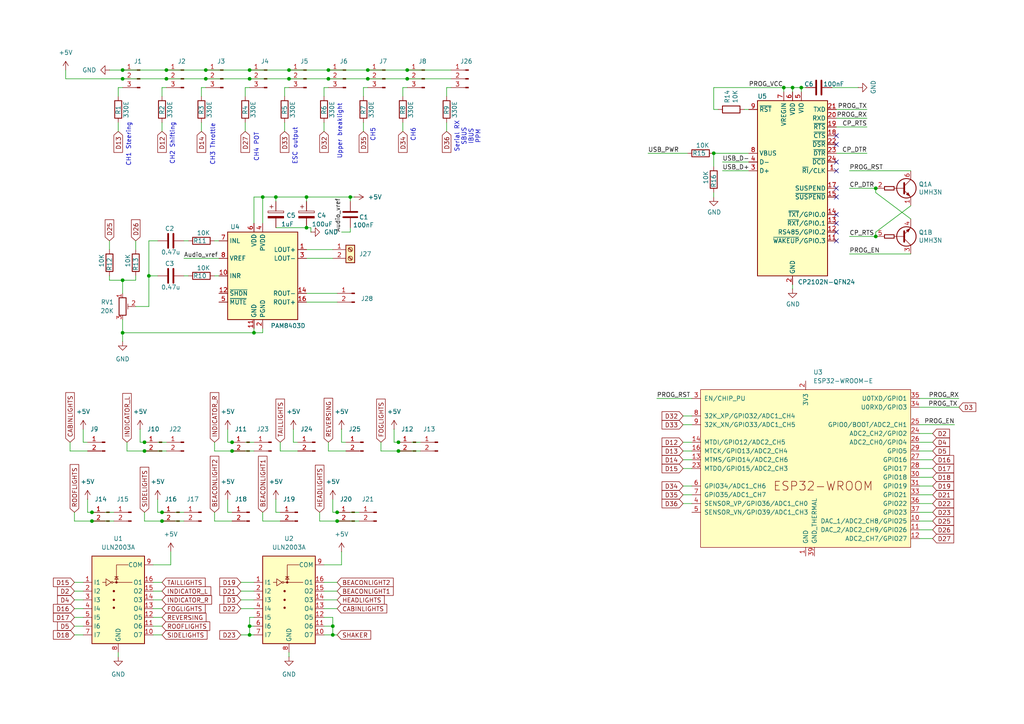
<source format=kicad_sch>
(kicad_sch (version 20231120) (generator "eeschema") (generator_version "8.0")
  (paper "A4")
  (junction (at 96.52 184.15))
  (junction (at 254 54.61))
  (junction (at 73.66 96.52))
  (junction (at 118.11 22.86))
  (junction (at 26.67 148.59))
  (junction (at 88.9 66.04))
  (junction (at 227.33 25.4))
  (junction (at 106.68 22.86))
  (junction (at 46.99 151.13))
  (junction (at 35.56 20.32))
  (junction (at 48.26 20.32))
  (junction (at 72.39 184.15))
  (junction (at 72.39 22.86))
  (junction (at 67.31 130.81))
  (junction (at 97.79 148.59))
  (junction (at 207.01 44.45))
  (junction (at 83.82 20.32))
  (junction (at 115.57 128.27))
  (junction (at 106.68 20.32))
  (junction (at 43.18 80.01))
  (junction (at 35.56 81.28))
  (junction (at 46.99 148.59))
  (junction (at 35.56 96.52))
  (junction (at 88.9 57.15))
  (junction (at 95.25 20.32))
  (junction (at 72.39 20.32))
  (junction (at 254 68.58))
  (junction (at 80.01 57.15))
  (junction (at 59.69 22.86))
  (junction (at 229.87 25.4))
  (junction (at 35.56 22.86))
  (junction (at 115.57 130.81))
  (junction (at 67.31 128.27))
  (junction (at 96.52 181.61))
  (junction (at 48.26 22.86))
  (junction (at 76.2 57.15))
  (junction (at 83.82 22.86))
  (junction (at 95.25 22.86))
  (junction (at 72.39 181.61))
  (junction (at 59.69 20.32))
  (junction (at 118.11 20.32))
  (junction (at 97.79 151.13))
  (junction (at 41.91 130.81))
  (junction (at 26.67 151.13))
  (junction (at 101.6 57.15))
  (junction (at 41.91 128.27))
  (junction (at 232.41 25.4))
  (no_connect (at 242.57 57.15))
  (no_connect (at 242.57 54.61))
  (no_connect (at 242.57 62.23))
  (no_connect (at 242.57 69.85))
  (no_connect (at 242.57 49.53))
  (no_connect (at 242.57 46.99))
  (no_connect (at 242.57 41.91))
  (no_connect (at 242.57 67.31))
  (no_connect (at 242.57 64.77))
  (no_connect (at 242.57 39.37))
  (wire (pts (xy 72.39 181.61) (xy 72.39 184.15)))
  (wire (pts (xy 46.99 35.56) (xy 46.99 38.1)))
  (wire (pts (xy 36.83 130.81) (xy 41.91 130.81)))
  (wire (pts (xy 44.45 173.99) (xy 46.99 173.99)))
  (wire (pts (xy 118.11 25.4) (xy 116.84 25.4)))
  (wire (pts (xy 93.98 176.53) (xy 97.79 176.53)))
  (wire (pts (xy 266.7 156.21) (xy 270.51 156.21)))
  (wire (pts (xy 95.25 130.81) (xy 100.33 130.81)))
  (wire (pts (xy 198.12 143.51) (xy 200.66 143.51)))
  (wire (pts (xy 80.01 57.15) (xy 88.9 57.15)))
  (wire (pts (xy 246.38 73.66) (xy 264.16 73.66)))
  (wire (pts (xy 88.9 85.09) (xy 97.79 85.09)))
  (wire (pts (xy 41.91 130.81) (xy 48.26 130.81)))
  (wire (pts (xy 198.12 120.65) (xy 200.66 120.65)))
  (wire (pts (xy 83.82 25.4) (xy 82.55 25.4)))
  (wire (pts (xy 62.23 80.01) (xy 63.5 80.01)))
  (wire (pts (xy 76.2 148.59) (xy 76.2 151.13)))
  (wire (pts (xy 21.59 173.99) (xy 24.13 173.99)))
  (wire (pts (xy 39.37 69.85) (xy 39.37 72.39)))
  (wire (pts (xy 251.46 36.83) (xy 242.57 36.83)))
  (wire (pts (xy 39.37 81.28) (xy 35.56 81.28)))
  (wire (pts (xy 35.56 81.28) (xy 35.56 85.09)))
  (wire (pts (xy 21.59 171.45) (xy 24.13 171.45)))
  (wire (pts (xy 227.33 25.4) (xy 229.87 25.4)))
  (wire (pts (xy 24.13 128.27) (xy 25.4 128.27)))
  (wire (pts (xy 63.5 69.85) (xy 62.23 69.85)))
  (wire (pts (xy 44.45 168.91) (xy 46.99 168.91)))
  (wire (pts (xy 266.7 115.57) (xy 278.13 115.57)))
  (wire (pts (xy 44.45 184.15) (xy 46.99 184.15)))
  (wire (pts (xy 44.45 171.45) (xy 46.99 171.45)))
  (wire (pts (xy 99.06 160.02) (xy 99.06 163.83)))
  (wire (pts (xy 21.59 148.59) (xy 21.59 151.13)))
  (wire (pts (xy 80.01 66.04) (xy 88.9 66.04)))
  (wire (pts (xy 207.01 25.4) (xy 227.33 25.4)))
  (wire (pts (xy 254 54.61) (xy 254 55.88)))
  (wire (pts (xy 24.13 124.46) (xy 24.13 128.27)))
  (wire (pts (xy 76.2 57.15) (xy 76.2 64.77)))
  (wire (pts (xy 66.04 124.46) (xy 66.04 128.27)))
  (wire (pts (xy 72.39 22.86) (xy 83.82 22.86)))
  (wire (pts (xy 44.45 181.61) (xy 46.99 181.61)))
  (wire (pts (xy 21.59 184.15) (xy 24.13 184.15)))
  (wire (pts (xy 115.57 128.27) (xy 121.92 128.27)))
  (wire (pts (xy 44.45 176.53) (xy 46.99 176.53)))
  (wire (pts (xy 207.01 31.75) (xy 208.28 31.75)))
  (wire (pts (xy 46.99 148.59) (xy 53.34 148.59)))
  (wire (pts (xy 72.39 20.32) (xy 83.82 20.32)))
  (wire (pts (xy 209.55 46.99) (xy 217.17 46.99)))
  (wire (pts (xy 72.39 25.4) (xy 71.12 25.4)))
  (wire (pts (xy 83.82 22.86) (xy 95.25 22.86)))
  (wire (pts (xy 242.57 34.29) (xy 251.46 34.29)))
  (wire (pts (xy 53.34 80.01) (xy 54.61 80.01)))
  (wire (pts (xy 76.2 57.15) (xy 80.01 57.15)))
  (wire (pts (xy 31.75 81.28) (xy 31.75 80.01)))
  (wire (pts (xy 93.98 35.56) (xy 93.98 38.1)))
  (wire (pts (xy 93.98 168.91) (xy 97.79 168.91)))
  (wire (pts (xy 266.7 128.27) (xy 270.51 128.27)))
  (wire (pts (xy 198.12 146.05) (xy 200.66 146.05)))
  (wire (pts (xy 73.66 95.25) (xy 73.66 96.52)))
  (wire (pts (xy 40.64 124.46) (xy 40.64 128.27)))
  (wire (pts (xy 229.87 25.4) (xy 229.87 26.67)))
  (wire (pts (xy 129.54 25.4) (xy 130.81 25.4)))
  (wire (pts (xy 58.42 35.56) (xy 58.42 38.1)))
  (wire (pts (xy 246.38 54.61) (xy 254 54.61)))
  (wire (pts (xy 62.23 151.13) (xy 67.31 151.13)))
  (wire (pts (xy 217.17 31.75) (xy 215.9 31.75)))
  (wire (pts (xy 46.99 25.4) (xy 46.99 27.94)))
  (wire (pts (xy 48.26 20.32) (xy 59.69 20.32)))
  (wire (pts (xy 67.31 130.81) (xy 73.66 130.81)))
  (wire (pts (xy 207.01 25.4) (xy 207.01 31.75)))
  (wire (pts (xy 34.29 189.23) (xy 34.29 190.5)))
  (wire (pts (xy 80.01 144.78) (xy 80.01 148.59)))
  (wire (pts (xy 95.25 25.4) (xy 93.98 25.4)))
  (wire (pts (xy 69.85 184.15) (xy 72.39 184.15)))
  (wire (pts (xy 198.12 130.81) (xy 200.66 130.81)))
  (wire (pts (xy 190.5 115.57) (xy 200.66 115.57)))
  (wire (pts (xy 26.67 151.13) (xy 33.02 151.13)))
  (wire (pts (xy 72.39 179.07) (xy 72.39 181.61)))
  (wire (pts (xy 90.17 66.04) (xy 90.17 67.31)))
  (wire (pts (xy 96.52 181.61) (xy 96.52 184.15)))
  (wire (pts (xy 101.6 67.31) (xy 101.6 66.04)))
  (wire (pts (xy 41.91 148.59) (xy 41.91 151.13)))
  (wire (pts (xy 41.91 128.27) (xy 48.26 128.27)))
  (wire (pts (xy 71.12 35.56) (xy 71.12 38.1)))
  (wire (pts (xy 21.59 176.53) (xy 24.13 176.53)))
  (wire (pts (xy 266.7 133.35) (xy 270.51 133.35)))
  (wire (pts (xy 105.41 35.56) (xy 105.41 38.1)))
  (wire (pts (xy 69.85 176.53) (xy 73.66 176.53)))
  (wire (pts (xy 19.05 20.32) (xy 19.05 22.86)))
  (wire (pts (xy 229.87 82.55) (xy 229.87 83.82)))
  (wire (pts (xy 31.75 69.85) (xy 31.75 72.39)))
  (wire (pts (xy 76.2 151.13) (xy 81.28 151.13)))
  (wire (pts (xy 129.54 35.56) (xy 129.54 38.1)))
  (wire (pts (xy 118.11 22.86) (xy 130.81 22.86)))
  (wire (pts (xy 34.29 25.4) (xy 34.29 27.94)))
  (wire (pts (xy 99.06 163.83) (xy 93.98 163.83)))
  (wire (pts (xy 102.87 57.15) (xy 101.6 57.15)))
  (wire (pts (xy 21.59 181.61) (xy 24.13 181.61)))
  (wire (pts (xy 116.84 25.4) (xy 116.84 27.94)))
  (wire (pts (xy 53.34 74.93) (xy 63.5 74.93)))
  (wire (pts (xy 266.7 125.73) (xy 270.51 125.73)))
  (wire (pts (xy 69.85 173.99) (xy 73.66 173.99)))
  (wire (pts (xy 99.06 124.46) (xy 99.06 128.27)))
  (wire (pts (xy 58.42 25.4) (xy 58.42 27.94)))
  (wire (pts (xy 40.64 128.27) (xy 41.91 128.27)))
  (wire (pts (xy 67.31 128.27) (xy 73.66 128.27)))
  (wire (pts (xy 21.59 179.07) (xy 24.13 179.07)))
  (wire (pts (xy 88.9 72.39) (xy 96.52 72.39)))
  (wire (pts (xy 48.26 22.86) (xy 59.69 22.86)))
  (wire (pts (xy 93.98 171.45) (xy 97.79 171.45)))
  (wire (pts (xy 19.05 22.86) (xy 35.56 22.86)))
  (wire (pts (xy 88.9 57.15) (xy 88.9 58.42)))
  (wire (pts (xy 93.98 25.4) (xy 93.98 27.94)))
  (wire (pts (xy 93.98 173.99) (xy 97.79 173.99)))
  (wire (pts (xy 72.39 181.61) (xy 73.66 181.61)))
  (wire (pts (xy 66.04 148.59) (xy 67.31 148.59)))
  (wire (pts (xy 93.98 184.15) (xy 96.52 184.15)))
  (wire (pts (xy 25.4 144.78) (xy 25.4 148.59)))
  (wire (pts (xy 97.79 151.13) (xy 104.14 151.13)))
  (wire (pts (xy 266.7 130.81) (xy 270.51 130.81)))
  (wire (pts (xy 35.56 20.32) (xy 48.26 20.32)))
  (wire (pts (xy 45.72 148.59) (xy 46.99 148.59)))
  (wire (pts (xy 232.41 25.4) (xy 232.41 26.67)))
  (wire (pts (xy 254 55.88) (xy 264.16 63.5)))
  (wire (pts (xy 198.12 133.35) (xy 200.66 133.35)))
  (wire (pts (xy 71.12 25.4) (xy 71.12 27.94)))
  (wire (pts (xy 96.52 179.07) (xy 96.52 181.61)))
  (wire (pts (xy 266.7 143.51) (xy 270.51 143.51)))
  (wire (pts (xy 20.32 130.81) (xy 25.4 130.81)))
  (wire (pts (xy 233.68 25.4) (xy 232.41 25.4)))
  (wire (pts (xy 110.49 128.27) (xy 110.49 130.81)))
  (wire (pts (xy 198.12 123.19) (xy 200.66 123.19)))
  (wire (pts (xy 73.66 64.77) (xy 73.66 57.15)))
  (wire (pts (xy 101.6 67.31) (xy 99.06 67.31)))
  (wire (pts (xy 35.56 96.52) (xy 35.56 99.06)))
  (wire (pts (xy 115.57 130.81) (xy 121.92 130.81)))
  (wire (pts (xy 266.7 140.97) (xy 270.51 140.97)))
  (wire (pts (xy 198.12 135.89) (xy 200.66 135.89)))
  (wire (pts (xy 69.85 168.91) (xy 73.66 168.91)))
  (wire (pts (xy 207.01 55.88) (xy 207.01 57.15)))
  (wire (pts (xy 266.7 146.05) (xy 270.51 146.05)))
  (wire (pts (xy 34.29 25.4) (xy 35.56 25.4)))
  (wire (pts (xy 106.68 20.32) (xy 118.11 20.32)))
  (wire (pts (xy 66.04 144.78) (xy 66.04 148.59)))
  (wire (pts (xy 66.04 128.27) (xy 67.31 128.27)))
  (wire (pts (xy 85.09 128.27) (xy 86.36 128.27)))
  (wire (pts (xy 81.28 130.81) (xy 86.36 130.81)))
  (wire (pts (xy 41.91 151.13) (xy 46.99 151.13)))
  (wire (pts (xy 80.01 148.59) (xy 81.28 148.59)))
  (wire (pts (xy 62.23 128.27) (xy 62.23 130.81)))
  (wire (pts (xy 187.96 44.45) (xy 199.39 44.45)))
  (wire (pts (xy 90.17 66.04) (xy 88.9 66.04)))
  (wire (pts (xy 118.11 20.32) (xy 130.81 20.32)))
  (wire (pts (xy 254 67.31) (xy 254 68.58)))
  (wire (pts (xy 95.25 20.32) (xy 106.68 20.32)))
  (wire (pts (xy 266.7 153.67) (xy 270.51 153.67)))
  (wire (pts (xy 45.72 144.78) (xy 45.72 148.59)))
  (wire (pts (xy 83.82 189.23) (xy 83.82 190.5)))
  (wire (pts (xy 242.57 31.75) (xy 251.46 31.75)))
  (wire (pts (xy 72.39 184.15) (xy 73.66 184.15)))
  (wire (pts (xy 25.4 148.59) (xy 26.67 148.59)))
  (wire (pts (xy 88.9 87.63) (xy 97.79 87.63)))
  (wire (pts (xy 110.49 130.81) (xy 115.57 130.81)))
  (wire (pts (xy 96.52 184.15) (xy 97.79 184.15)))
  (wire (pts (xy 114.3 128.27) (xy 115.57 128.27)))
  (wire (pts (xy 92.71 148.59) (xy 92.71 151.13)))
  (wire (pts (xy 81.28 128.27) (xy 81.28 130.81)))
  (wire (pts (xy 106.68 22.86) (xy 118.11 22.86)))
  (wire (pts (xy 129.54 27.94) (xy 129.54 25.4)))
  (wire (pts (xy 85.09 124.46) (xy 85.09 128.27)))
  (wire (pts (xy 93.98 181.61) (xy 96.52 181.61)))
  (wire (pts (xy 76.2 95.25) (xy 76.2 96.52)))
  (wire (pts (xy 62.23 130.81) (xy 67.31 130.81)))
  (wire (pts (xy 73.66 57.15) (xy 76.2 57.15)))
  (wire (pts (xy 76.2 96.52) (xy 73.66 96.52)))
  (wire (pts (xy 198.12 140.97) (xy 200.66 140.97)))
  (wire (pts (xy 53.34 69.85) (xy 54.61 69.85)))
  (wire (pts (xy 59.69 20.32) (xy 72.39 20.32)))
  (wire (pts (xy 266.7 151.13) (xy 270.51 151.13)))
  (wire (pts (xy 97.79 148.59) (xy 104.14 148.59)))
  (wire (pts (xy 20.32 128.27) (xy 20.32 130.81)))
  (wire (pts (xy 246.38 68.58) (xy 254 68.58)))
  (wire (pts (xy 99.06 128.27) (xy 100.33 128.27)))
  (wire (pts (xy 209.55 49.53) (xy 217.17 49.53)))
  (wire (pts (xy 266.7 148.59) (xy 270.51 148.59)))
  (wire (pts (xy 227.33 25.4) (xy 227.33 26.67)))
  (wire (pts (xy 116.84 35.56) (xy 116.84 38.1)))
  (wire (pts (xy 21.59 168.91) (xy 24.13 168.91)))
  (wire (pts (xy 266.7 135.89) (xy 270.51 135.89)))
  (wire (pts (xy 266.7 123.19) (xy 276.86 123.19)))
  (wire (pts (xy 49.53 163.83) (xy 44.45 163.83)))
  (wire (pts (xy 207.01 44.45) (xy 207.01 48.26)))
  (wire (pts (xy 88.9 74.93) (xy 96.52 74.93)))
  (wire (pts (xy 49.53 160.02) (xy 49.53 163.83)))
  (wire (pts (xy 96.52 148.59) (xy 97.79 148.59)))
  (wire (pts (xy 35.56 92.71) (xy 35.56 96.52)))
  (wire (pts (xy 21.59 151.13) (xy 26.67 151.13)))
  (wire (pts (xy 207.01 44.45) (xy 217.17 44.45)))
  (wire (pts (xy 82.55 35.56) (xy 82.55 38.1)))
  (wire (pts (xy 266.7 118.11) (xy 278.13 118.11)))
  (wire (pts (xy 26.67 148.59) (xy 33.02 148.59)))
  (wire (pts (xy 45.72 69.85) (xy 43.18 69.85)))
  (wire (pts (xy 31.75 20.32) (xy 35.56 20.32)))
  (wire (pts (xy 241.3 25.4) (xy 248.92 25.4)))
  (wire (pts (xy 101.6 57.15) (xy 101.6 58.42)))
  (wire (pts (xy 73.66 179.07) (xy 72.39 179.07)))
  (wire (pts (xy 82.55 25.4) (xy 82.55 27.94)))
  (wire (pts (xy 44.45 179.07) (xy 46.99 179.07)))
  (wire (pts (xy 39.37 88.9) (xy 43.18 88.9)))
  (wire (pts (xy 48.26 25.4) (xy 46.99 25.4)))
  (wire (pts (xy 88.9 57.15) (xy 101.6 57.15)))
  (wire (pts (xy 246.38 49.53) (xy 264.16 49.53)))
  (wire (pts (xy 43.18 69.85) (xy 43.18 80.01)))
  (wire (pts (xy 96.52 144.78) (xy 96.52 148.59)))
  (wire (pts (xy 83.82 20.32) (xy 95.25 20.32)))
  (wire (pts (xy 35.56 96.52) (xy 73.66 96.52)))
  (wire (pts (xy 106.68 25.4) (xy 105.41 25.4)))
  (wire (pts (xy 198.12 128.27) (xy 200.66 128.27)))
  (wire (pts (xy 39.37 80.01) (xy 39.37 81.28)))
  (wire (pts (xy 93.98 179.07) (xy 96.52 179.07)))
  (wire (pts (xy 251.46 44.45) (xy 242.57 44.45)))
  (wire (pts (xy 105.41 25.4) (xy 105.41 27.94)))
  (wire (pts (xy 95.25 22.86) (xy 106.68 22.86)))
  (wire (pts (xy 43.18 80.01) (xy 45.72 80.01)))
  (wire (pts (xy 95.25 128.27) (xy 95.25 130.81)))
  (wire (pts (xy 34.29 35.56) (xy 34.29 38.1)))
  (wire (pts (xy 46.99 151.13) (xy 53.34 151.13)))
  (wire (pts (xy 59.69 22.86) (xy 72.39 22.86)))
  (wire (pts (xy 43.18 88.9) (xy 43.18 80.01)))
  (wire (pts (xy 59.69 25.4) (xy 58.42 25.4)))
  (wire (pts (xy 35.56 81.28) (xy 31.75 81.28)))
  (wire (pts (xy 35.56 22.86) (xy 48.26 22.86)))
  (wire (pts (xy 62.23 148.59) (xy 62.23 151.13)))
  (wire (pts (xy 80.01 57.15) (xy 80.01 58.42)))
  (wire (pts (xy 92.71 151.13) (xy 97.79 151.13)))
  (wire (pts (xy 69.85 171.45) (xy 73.66 171.45)))
  (wire (pts (xy 266.7 138.43) (xy 270.51 138.43)))
  (wire (pts (xy 36.83 128.27) (xy 36.83 130.81)))
  (wire (pts (xy 264.16 59.69) (xy 254 67.31)))
  (wire (pts (xy 229.87 25.4) (xy 232.41 25.4)))
  (wire (pts (xy 114.3 124.46) (xy 114.3 128.27)))
  (text "CH5" (at 108.204 39.116 90) (effects (font (size 1.27 1.27))))
  (text "CH1 Steering" (at 37.338 41.91 90) (effects (font (size 1.27 1.27))))
  (text "Upper breaklight" (at 98.552 38.1 90) (effects (font (size 1.27 1.27))))
  (text "CH2 Shifting" (at 50.038 41.656 90) (effects (font (size 1.27 1.27))))
  (text "Serial RX\nSBUS\nIBUS\nPPM" (at 135.636 39.624 90) (effects (font (size 1.27 1.27))))
  (text "CH6" (at 119.888 39.116 90) (effects (font (size 1.27 1.27))))
  (text "CH3 Throttle" (at 61.722 41.91 90) (effects (font (size 1.27 1.27))))
  (text "ESC output" (at 85.598 42.418 90) (effects (font (size 1.27 1.27))))
  (text "CH4 POT" (at 74.422 42.672 90) (effects (font (size 1.27 1.27))))
  (label "CP_DTR" (at 251.46 44.45 180))
  (label "Audio_vref" (at 99.06 67.31 90))
  (label "USB_PWR" (at 187.96 44.45 0))
  (label "Audio_vref" (at 53.34 74.93 0))
  (label "USB_D-" (at 209.55 46.99 0))
  (label "PROG_RX" (at 251.46 34.29 180))
  (label "PROG_TX" (at 251.46 31.75 180))
  (label "PROG_TX" (at 269.24 118.11 0))
  (label "PROG_EN" (at 246.38 73.66 0))
  (label "PROG_RST" (at 246.38 49.53 0))
  (label "PROG_EN" (at 276.86 123.19 180))
  (label "PROG_RX" (at 278.13 115.57 180))
  (label "CP_RTS" (at 246.38 68.58 0))
  (label "PROG_VCC" (at 217.17 25.4 0))
  (label "USB_D+" (at 209.55 49.53 0))
  (label "CP_DTR" (at 246.38 54.61 0))
  (label "PROG_RST" (at 190.5 115.57 0))
  (label "CP_RTS" (at 251.46 36.83 180))
  (global_label "D18" (shape input) (at 270.51 138.43 0) (property "Intersheetrefs" "${INTERSHEET_REFS}" (effects (hide yes))))
  (global_label "D23" (shape input) (at 270.51 148.59 0) (property "Intersheetrefs" "${INTERSHEET_REFS}" (effects (hide yes))))
  (global_label "D25" (shape input) (at 31.75 69.85 90) (property "Intersheetrefs" "${INTERSHEET_REFS}" (effects (hide yes))))
  (global_label "D12" (shape input) (at 198.12 128.27 180) (property "Intersheetrefs" "${INTERSHEET_REFS}" (effects (hide yes))))
  (global_label "BEACONLIGHT1" (shape input) (at 97.79 171.45 0) (property "Intersheetrefs" "${INTERSHEET_REFS}" (effects (hide yes))))
  (global_label "D19" (shape input) (at 69.85 168.91 180) (property "Intersheetrefs" "${INTERSHEET_REFS}" (effects (hide yes))))
  (global_label "D14" (shape input) (at 58.42 38.1 270) (property "Intersheetrefs" "${INTERSHEET_REFS}" (effects (hide yes))))
  (global_label "D5" (shape input) (at 21.59 181.61 180) (property "Intersheetrefs" "${INTERSHEET_REFS}" (effects (hide yes))))
  (global_label "BEACONLIGHT2" (shape input) (at 62.23 148.59 90) (property "Intersheetrefs" "${INTERSHEET_REFS}" (effects (hide yes))))
  (global_label "D23" (shape input) (at 69.85 184.15 180) (property "Intersheetrefs" "${INTERSHEET_REFS}" (effects (hide yes))))
  (global_label "D33" (shape input) (at 82.55 38.1 270) (property "Intersheetrefs" "${INTERSHEET_REFS}" (effects (hide yes))))
  (global_label "INDICATOR_L" (shape input) (at 36.83 128.27 90) (property "Intersheetrefs" "${INTERSHEET_REFS}" (effects (hide yes))))
  (global_label "D2" (shape input) (at 21.59 171.45 180) (property "Intersheetrefs" "${INTERSHEET_REFS}" (effects (hide yes))))
  (global_label "REVERSING" (shape input) (at 46.99 179.07 0) (property "Intersheetrefs" "${INTERSHEET_REFS}" (effects (hide yes))))
  (global_label "D26" (shape input) (at 39.37 69.85 90) (property "Intersheetrefs" "${INTERSHEET_REFS}" (effects (hide yes))))
  (global_label "D13" (shape input) (at 34.29 38.1 270) (property "Intersheetrefs" "${INTERSHEET_REFS}" (effects (hide yes))))
  (global_label "D36" (shape input) (at 129.54 38.1 270) (property "Intersheetrefs" "${INTERSHEET_REFS}" (effects (hide yes))))
  (global_label "D18" (shape input) (at 21.59 184.15 180) (property "Intersheetrefs" "${INTERSHEET_REFS}" (effects (hide yes))))
  (global_label "D32" (shape input) (at 93.98 38.1 270) (property "Intersheetrefs" "${INTERSHEET_REFS}" (effects (hide yes))))
  (global_label "HEADLIGHTS" (shape input) (at 92.71 148.59 90) (property "Intersheetrefs" "${INTERSHEET_REFS}" (effects (hide yes))))
  (global_label "D34" (shape input) (at 116.84 38.1 270) (property "Intersheetrefs" "${INTERSHEET_REFS}" (effects (hide yes))))
  (global_label "FOGLIGHTS" (shape input) (at 110.49 128.27 90) (property "Intersheetrefs" "${INTERSHEET_REFS}" (effects (hide yes))))
  (global_label "SIDELIGHTS" (shape input) (at 46.99 184.15 0) (property "Intersheetrefs" "${INTERSHEET_REFS}" (effects (hide yes))))
  (global_label "D3" (shape input) (at 278.13 118.11 0) (property "Intersheetrefs" "${INTERSHEET_REFS}" (effects (hide yes))))
  (global_label "SHAKER" (shape input) (at 97.79 184.15 0) (property "Intersheetrefs" "${INTERSHEET_REFS}" (effects (hide yes))))
  (global_label "D22" (shape input) (at 69.85 176.53 180) (property "Intersheetrefs" "${INTERSHEET_REFS}" (effects (hide yes))))
  (global_label "D27" (shape input) (at 270.51 156.21 0) (property "Intersheetrefs" "${INTERSHEET_REFS}" (effects (hide yes))))
  (global_label "CABINLIGHTS" (shape input) (at 20.32 128.27 90) (property "Intersheetrefs" "${INTERSHEET_REFS}" (effects (hide yes))))
  (global_label "D4" (shape input) (at 270.51 128.27 0) (property "Intersheetrefs" "${INTERSHEET_REFS}" (effects (hide yes))))
  (global_label "D12" (shape input) (at 46.99 38.1 270) (property "Intersheetrefs" "${INTERSHEET_REFS}" (effects (hide yes))))
  (global_label "D15" (shape input) (at 21.59 168.91 180) (property "Intersheetrefs" "${INTERSHEET_REFS}" (effects (hide yes))))
  (global_label "D19" (shape input) (at 270.51 140.97 0) (property "Intersheetrefs" "${INTERSHEET_REFS}" (effects (hide yes))))
  (global_label "D32" (shape input) (at 198.12 120.65 180) (property "Intersheetrefs" "${INTERSHEET_REFS}" (effects (hide yes))))
  (global_label "D17" (shape input) (at 21.59 179.07 180) (property "Intersheetrefs" "${INTERSHEET_REFS}" (effects (hide yes))))
  (global_label "D3" (shape input) (at 69.85 173.99 180) (property "Intersheetrefs" "${INTERSHEET_REFS}" (effects (hide yes))))
  (global_label "D25" (shape input) (at 270.51 151.13 0) (property "Intersheetrefs" "${INTERSHEET_REFS}" (effects (hide yes))))
  (global_label "INDICATOR_R" (shape input) (at 46.99 173.99 0) (property "Intersheetrefs" "${INTERSHEET_REFS}" (effects (hide yes))))
  (global_label "D36" (shape input) (at 198.12 146.05 180) (property "Intersheetrefs" "${INTERSHEET_REFS}" (effects (hide yes))))
  (global_label "D22" (shape input) (at 270.51 146.05 0) (property "Intersheetrefs" "${INTERSHEET_REFS}" (effects (hide yes))))
  (global_label "D4" (shape input) (at 21.59 173.99 180) (property "Intersheetrefs" "${INTERSHEET_REFS}" (effects (hide yes))))
  (global_label "BEACONLIGHT1" (shape input) (at 76.2 148.59 90) (property "Intersheetrefs" "${INTERSHEET_REFS}" (effects (hide yes))))
  (global_label "SIDELIGHTS" (shape input) (at 41.91 148.59 90) (property "Intersheetrefs" "${INTERSHEET_REFS}" (effects (hide yes))))
  (global_label "REVERSING" (shape input) (at 95.25 128.27 90) (property "Intersheetrefs" "${INTERSHEET_REFS}" (effects (hide yes))))
  (global_label "D13" (shape input) (at 198.12 130.81 180) (property "Intersheetrefs" "${INTERSHEET_REFS}" (effects (hide yes))))
  (global_label "D15" (shape input) (at 198.12 135.89 180) (property "Intersheetrefs" "${INTERSHEET_REFS}" (effects (hide yes))))
  (global_label "FOGLIGHTS" (shape input) (at 46.99 176.53 0) (property "Intersheetrefs" "${INTERSHEET_REFS}" (effects (hide yes))))
  (global_label "D21" (shape input) (at 270.51 143.51 0) (property "Intersheetrefs" "${INTERSHEET_REFS}" (effects (hide yes))))
  (global_label "ROOFLIGHTS" (shape input) (at 21.59 148.59 90) (property "Intersheetrefs" "${INTERSHEET_REFS}" (effects (hide yes))))
  (global_label "INDICATOR_L" (shape input) (at 46.99 171.45 0) (property "Intersheetrefs" "${INTERSHEET_REFS}" (effects (hide yes))))
  (global_label "D21" (shape input) (at 69.85 171.45 180) (property "Intersheetrefs" "${INTERSHEET_REFS}" (effects (hide yes))))
  (global_label "D16" (shape input) (at 21.59 176.53 180) (property "Intersheetrefs" "${INTERSHEET_REFS}" (effects (hide yes))))
  (global_label "D2" (shape input) (at 270.51 125.73 0) (property "Intersheetrefs" "${INTERSHEET_REFS}" (effects (hide yes))))
  (global_label "D14" (shape input) (at 198.12 133.35 180) (property "Intersheetrefs" "${INTERSHEET_REFS}" (effects (hide yes))))
  (global_label "ROOFLIGHTS" (shape input) (at 46.99 181.61 0) (property "Intersheetrefs" "${INTERSHEET_REFS}" (effects (hide yes))))
  (global_label "TAILLIGHTS" (shape input) (at 46.99 168.91 0) (property "Intersheetrefs" "${INTERSHEET_REFS}" (effects (hide yes))))
  (global_label "D5" (shape input) (at 270.51 130.81 0) (property "Intersheetrefs" "${INTERSHEET_REFS}" (effects (hide yes))))
  (global_label "TAILLIGHTS" (shape input) (at 81.28 128.27 90) (property "Intersheetrefs" "${INTERSHEET_REFS}" (effects (hide yes))))
  (global_label "HEADLIGHTS" (shape input) (at 97.79 173.99 0) (property "Intersheetrefs" "${INTERSHEET_REFS}" (effects (hide yes))))
  (global_label "D26" (shape input) (at 270.51 153.67 0) (property "Intersheetrefs" "${INTERSHEET_REFS}" (effects (hide yes))))
  (global_label "D17" (shape input) (at 270.51 135.89 0) (property "Intersheetrefs" "${INTERSHEET_REFS}" (effects (hide yes))))
  (global_label "INDICATOR_R" (shape input) (at 62.23 128.27 90) (property "Intersheetrefs" "${INTERSHEET_REFS}" (effects (hide yes))))
  (global_label "D16" (shape input) (at 270.51 133.35 0) (property "Intersheetrefs" "${INTERSHEET_REFS}" (effects (hide yes))))
  (global_label "D33" (shape input) (at 198.12 123.19 180) (property "Intersheetrefs" "${INTERSHEET_REFS}" (effects (hide yes))))
  (global_label "D27" (shape input) (at 71.12 38.1 270) (property "Intersheetrefs" "${INTERSHEET_REFS}" (effects (hide yes))))
  (global_label "D34" (shape input) (at 198.12 140.97 180) (property "Intersheetrefs" "${INTERSHEET_REFS}" (effects (hide yes))))
  (global_label "D35" (shape input) (at 105.41 38.1 270) (property "Intersheetrefs" "${INTERSHEET_REFS}" (effects (hide yes))))
  (global_label "BEACONLIGHT2" (shape input) (at 97.79 168.91 0) (property "Intersheetrefs" "${INTERSHEET_REFS}" (effects (hide yes))))
  (global_label "D35" (shape input) (at 198.12 143.51 180) (property "Intersheetrefs" "${INTERSHEET_REFS}" (effects (hide yes))))
  (global_label "CABINLIGHTS" (shape input) (at 97.79 176.53 0) (property "Intersheetrefs" "${INTERSHEET_REFS}" (effects (hide yes))))
  (symbol (lib_id "power:+5V") (at 80.01 144.78 0) (unit 1)
    (property "Reference" "#PWR010" (effects (hide yes)))
    (property "Value" "+5V" (at 80.01 139.7 0))
    (property "Description" "Power symbol creates a global label with name \"+5V\"" (effects (hide yes)))
  )
  (symbol (lib_id "Device:R") (at 116.84 31.75 0) (unit 1)
    (property "Reference" "R8" (at 116.84 33.274 90) (effects (justify left)))
    (property "Value" "330E" (at 119.126 34.29 90) (effects (justify left)))
    (property "Description" "Resistor" (effects (hide yes)))
  )
  (symbol (lib_id "Transistor_Array:ULN2003A") (at 83.82 173.99 0) (unit 1)
    (property "Reference" "U2" (at 83.82 156.21 0))
    (property "Value" "ULN2003A" (at 83.82 158.75 0))
    (property "Footprint" "Package_SO:SOIC-16W_5.3x10.2mm_P1.27mm" (effects (hide yes)))
    (property "Datasheet" "http://www.ti.com/lit/ds/symlink/uln2003a.pdf" (effects (hide yes)))
    (property "Description" "High Voltage, High Current Darlington Transistor Arrays, SOIC16/SOIC16W/DIP16/TSSOP16" (effects (hide yes)))
  )
  (symbol (lib_id "Connector:Conn_01x03_Pin") (at 100.33 22.86 0) (mirror y) (unit 1)
    (property "Reference" "J6" (at 99.695 17.78 0))
    (property "Value" "Conn_01x03_Pin" (effects (hide yes)))
    (property "Description" "Generic connector, single row, 01x03, script generated" (effects (hide yes)))
  )
  (symbol (lib_id "Device:C_Polarized") (at 80.01 62.23 0) (unit 1)
    (property "Reference" "C5" (at 83.058 62.484 0) (effects (justify left)))
    (property "Value" "1uF" (at 81.534 65.024 0) (effects (justify left)))
    (property "Description" "Polarized capacitor" (effects (hide yes)))
  )
  (symbol (lib_id "power:+5V") (at 40.64 124.46 0) (unit 1)
    (property "Reference" "#PWR04" (effects (hide yes)))
    (property "Value" "+5V" (at 40.64 119.38 0))
    (property "Description" "Power symbol creates a global label with name \"+5V\"" (effects (hide yes)))
  )
  (symbol (lib_id "Connector:Conn_01x03_Pin") (at 64.77 22.86 0) (mirror y) (unit 1)
    (property "Reference" "J3" (at 64.135 17.78 0))
    (property "Value" "Conn_01x03_Pin" (effects (hide yes)))
    (property "Description" "Generic connector, single row, 01x03, script generated" (effects (hide yes)))
  )
  (symbol (lib_id "Connector:Conn_01x03_Pin") (at 135.89 22.86 0) (mirror y) (unit 1)
    (property "Reference" "J26" (at 135.255 17.78 0))
    (property "Value" "Conn_01x03_Pin" (effects (hide yes)))
    (property "Description" "Generic connector, single row, 01x03, script generated" (effects (hide yes)))
  )
  (symbol (lib_id "power:GND") (at 248.92 25.4 90) (unit 1)
    (property "Reference" "#PWR022" (effects (hide yes)))
    (property "Value" "GND" (at 253.3142 25.273 0))
  )
  (symbol (lib_id "Device:R") (at 39.37 76.2 180) (unit 1)
    (property "Reference" "R13" (at 39.37 74.676 90) (effects (justify left)))
    (property "Value" "10K" (at 37.084 73.66 90) (effects (justify left)))
    (property "Description" "Resistor" (effects (hide yes)))
  )
  (symbol (lib_id "Connector:Conn_01x03_Pin") (at 88.9 22.86 0) (mirror y) (unit 1)
    (property "Reference" "J5" (at 88.265 17.78 0))
    (property "Value" "Conn_01x03_Pin" (effects (hide yes)))
    (property "Description" "Generic connector, single row, 01x03, script generated" (effects (hide yes)))
  )
  (symbol (lib_id "power:+5V") (at 102.87 57.15 270) (unit 1)
    (property "Reference" "#PWR019" (effects (hide yes)))
    (property "Value" "+5V" (at 106.68 57.1499 90) (effects (justify left)))
    (property "Description" "Power symbol creates a global label with name \"+5V\"" (effects (hide yes)))
  )
  (symbol (lib_id "power:+5V") (at 114.3 124.46 0) (unit 1)
    (property "Reference" "#PWR06" (effects (hide yes)))
    (property "Value" "+5V" (at 114.3 119.38 0))
    (property "Description" "Power symbol creates a global label with name \"+5V\"" (effects (hide yes)))
  )
  (symbol (lib_id "Device:R_Potentiometer_Trim") (at 35.56 88.9 0) (unit 1)
    (property "Reference" "RV1" (at 33.02 87.6299 0) (effects (justify right)))
    (property "Value" "20K" (at 33.02 90.1699 0) (effects (justify right)))
    (property "Description" "Trim-potentiometer" (effects (hide yes)))
  )
  (symbol (lib_id "Connector:Conn_01x02_Pin") (at 72.39 128.27 0) (mirror y) (unit 1)
    (property "Reference" "J11" (at 68.072 124.46 0) (effects (justify right)))
    (property "Value" "Conn_01x02_Pin" (effects (hide yes)))
    (property "Description" "Generic connector, single row, 01x02, script generated" (effects (hide yes)))
  )
  (symbol (lib_id "Connector:Screw_Terminal_01x02") (at 101.6 72.39 0) (unit 1)
    (property "Reference" "J27" (at 104.14 73.6599 0) (effects (justify left)))
    (property "Value" "Screw_Terminal_01x02" (effects (hide yes)))
    (property "Description" "Generic screw terminal, single row, 01x02, script generated (kicad-library-utils/schlib/autogen/connector/)" (effects (hide yes)))
  )
  (symbol (lib_id "Connector:Conn_01x02_Pin") (at 31.75 148.59 0) (mirror y) (unit 1)
    (property "Reference" "J14" (at 27.432 144.78 0) (effects (justify right)))
    (property "Value" "Conn_01x02_Pin" (effects (hide yes)))
    (property "Description" "Generic connector, single row, 01x02, script generated" (effects (hide yes)))
  )
  (symbol (lib_id "Connector:Conn_01x03_Pin") (at 53.34 22.86 0) (mirror y) (unit 1)
    (property "Reference" "J2" (at 52.705 17.78 0))
    (property "Value" "Conn_01x03_Pin" (effects (hide yes)))
    (property "Description" "Generic connector, single row, 01x03, script generated" (effects (hide yes)))
  )
  (symbol (lib_id "power:+5V") (at 24.13 124.46 0) (unit 1)
    (property "Reference" "#PWR03" (effects (hide yes)))
    (property "Value" "+5V" (at 24.13 119.38 0))
    (property "Description" "Power symbol creates a global label with name \"+5V\"" (effects (hide yes)))
  )
  (symbol (lib_id "power:GND") (at 90.17 67.31 90) (unit 1)
    (property "Reference" "#PWR020" (effects (hide yes)))
    (property "Value" "GND" (at 93.98 67.3099 90) (effects (justify right)))
    (property "Description" "Power symbol creates a global label with name \"GND\" , ground" (effects (hide yes)))
  )
  (symbol (lib_id "Connector:Conn_01x02_Pin") (at 52.07 148.59 0) (mirror y) (unit 1)
    (property "Reference" "J16" (at 47.752 144.78 0) (effects (justify right)))
    (property "Value" "Conn_01x02_Pin" (effects (hide yes)))
    (property "Description" "Generic connector, single row, 01x02, script generated" (effects (hide yes)))
  )
  (symbol (lib_id "Connector:Conn_01x03_Pin") (at 111.76 22.86 0) (mirror y) (unit 1)
    (property "Reference" "J7" (at 111.125 17.78 0))
    (property "Value" "Conn_01x03_Pin" (effects (hide yes)))
    (property "Description" "Generic connector, single row, 01x03, script generated" (effects (hide yes)))
  )
  (symbol (lib_id "power:GND") (at 207.01 57.15 0) (unit 1)
    (property "Reference" "#PWR023" (effects (hide yes)))
    (property "Value" "GND" (at 207.137 61.5442 0))
  )
  (symbol (lib_id "Device:R") (at 82.55 31.75 0) (unit 1)
    (property "Reference" "R5" (at 82.55 33.274 90) (effects (justify left)))
    (property "Value" "330E" (at 84.836 34.29 90) (effects (justify left)))
    (property "Description" "Resistor" (effects (hide yes)))
  )
  (symbol (lib_id "Interface_USB:CP2102N-Axx-xQFN24") (at 229.87 54.61 0) (unit 1)
    (property "Reference" "U5" (at 219.71 27.94 0) (effects (justify left)))
    (property "Value" "CP2102N-QFN24" (at 231.394 81.788 0) (effects (justify left)))
    (property "Footprint" "Package_DFN_QFN:QFN-24-1EP_4x4mm_P0.5mm_EP2.6x2.6mm" (effects (hide yes)))
    (property "Datasheet" "https://www.silabs.com/documents/public/data-sheets/cp2102n-datasheet.pdf" (effects (hide yes)))
    (property "Description" "USB to UART master bridge, QFN-24" (effects (hide yes)))
  )
  (symbol (lib_id "Connector:Conn_01x02_Pin") (at 102.87 148.59 0) (mirror y) (unit 1)
    (property "Reference" "J20" (at 98.552 144.78 0) (effects (justify right)))
    (property "Value" "Conn_01x02_Pin" (effects (hide yes)))
    (property "Description" "Generic connector, single row, 01x02, script generated" (effects (hide yes)))
  )
  (symbol (lib_id "Connector:Conn_01x03_Pin") (at 123.19 22.86 0) (mirror y) (unit 1)
    (property "Reference" "J8" (at 122.555 17.78 0))
    (property "Value" "Conn_01x03_Pin" (effects (hide yes)))
    (property "Description" "Generic connector, single row, 01x03, script generated" (effects (hide yes)))
  )
  (symbol (lib_id "power:GND") (at 34.29 190.5 0) (unit 1)
    (property "Reference" "#PWR013" (effects (hide yes)))
    (property "Value" "GND" (at 34.29 195.58 0))
    (property "Description" "Power symbol creates a global label with name \"GND\" , ground" (effects (hide yes)))
  )
  (symbol (lib_id "power:+5V") (at 99.06 124.46 0) (unit 1)
    (property "Reference" "#PWR017" (effects (hide yes)))
    (property "Value" "+5V" (at 99.06 119.38 0))
    (property "Description" "Power symbol creates a global label with name \"+5V\"" (effects (hide yes)))
  )
  (symbol (lib_id "Device:R") (at 58.42 69.85 90) (unit 1)
    (property "Reference" "R11" (at 59.944 69.85 90) (effects (justify left)))
    (property "Value" "10K" (at 60.96 67.564 90) (effects (justify left)))
    (property "Description" "Resistor" (effects (hide yes)))
  )
  (symbol (lib_id "power:GND") (at 229.87 83.82 0) (unit 1)
    (property "Reference" "#PWR021" (effects (hide yes)))
    (property "Value" "GND" (at 229.997 88.2142 0))
  )
  (symbol (lib_id "power:+5V") (at 45.72 144.78 0) (unit 1)
    (property "Reference" "#PWR08" (effects (hide yes)))
    (property "Value" "+5V" (at 45.72 139.7 0))
    (property "Description" "Power symbol creates a global label with name \"+5V\"" (effects (hide yes)))
  )
  (symbol (lib_id "Connector:Conn_01x02_Pin") (at 30.48 128.27 0) (mirror y) (unit 1)
    (property "Reference" "J9" (at 26.162 124.46 0) (effects (justify right)))
    (property "Value" "Conn_01x02_Pin" (effects (hide yes)))
    (property "Description" "Generic connector, single row, 01x02, script generated" (effects (hide yes)))
  )
  (symbol (lib_id "Connector:Conn_01x02_Pin") (at 58.42 148.59 0) (mirror y) (unit 1)
    (property "Reference" "J17" (at 54.102 144.78 0) (effects (justify right)))
    (property "Value" "Conn_01x02_Pin" (effects (hide yes)))
    (property "Description" "Generic connector, single row, 01x02, script generated" (effects (hide yes)))
  )
  (symbol (lib_id "Device:R") (at 58.42 80.01 90) (unit 1)
    (property "Reference" "R10" (at 59.944 80.01 90) (effects (justify left)))
    (property "Value" "10K" (at 60.96 77.724 90) (effects (justify left)))
    (property "Description" "Resistor" (effects (hide yes)))
  )
  (symbol (lib_id "Device:C") (at 49.53 69.85 90) (unit 1)
    (property "Reference" "C2" (at 50.546 66.294 90) (effects (justify left)))
    (property "Value" "0.47u" (at 52.324 73.152 90) (effects (justify left)))
    (property "Description" "Unpolarized capacitor" (effects (hide yes)))
  )
  (symbol (lib_id "Espressif:ESP32-WROOM-E") (at 233.68 135.89 0) (unit 1)
    (property "Reference" "U3" (at 235.8741 107.95 0) (effects (justify left)))
    (property "Value" "ESP32-WROOM-E" (at 235.8741 110.49 0) (effects (justify left)))
    (property "Footprint" "Espressif:ESP32-WROOM-32E" (effects (hide yes)))
    (property "Datasheet" "https://www.espressif.com/sites/default/files/documentation/esp32-wroom-32e_esp32-wroom-32ue_datasheet_en.pdf" (effects (hide yes)))
    (property "Description" "ESP32-WROOM-32E integrates ESP32-D0WD-V3, with higher stability and safety performance." (effects (hide yes)))
  )
  (symbol (lib_id "Device:C") (at 101.6 62.23 0) (unit 1)
    (property "Reference" "C1" (at 104.14 62.992 0) (effects (justify left)))
    (property "Value" "100nF" (at 102.362 65.278 0) (effects (justify left)))
    (property "Description" "Unpolarized capacitor" (effects (hide yes)))
  )
  (symbol (lib_id "Connector:Conn_01x02_Pin") (at 46.99 128.27 0) (mirror y) (unit 1)
    (property "Reference" "J10" (at 42.672 124.46 0) (effects (justify right)))
    (property "Value" "Conn_01x02_Pin" (effects (hide yes)))
    (property "Description" "Generic connector, single row, 01x02, script generated" (effects (hide yes)))
  )
  (symbol (lib_id "Connector:Conn_01x02_Pin") (at 78.74 128.27 0) (mirror y) (unit 1)
    (property "Reference" "J23" (at 74.422 124.46 0) (effects (justify right)))
    (property "Value" "Conn_01x02_Pin" (effects (hide yes)))
    (property "Description" "Generic connector, single row, 01x02, script generated" (effects (hide yes)))
  )
  (symbol (lib_id "Device:R") (at 31.75 76.2 180) (unit 1)
    (property "Reference" "R12" (at 31.75 74.676 90) (effects (justify left)))
    (property "Value" "10K" (at 29.464 73.66 90) (effects (justify left)))
    (property "Description" "Resistor" (effects (hide yes)))
  )
  (symbol (lib_id "Device:C") (at 49.53 80.01 90) (unit 1)
    (property "Reference" "C3" (at 50.546 76.454 90) (effects (justify left)))
    (property "Value" "0.47u" (at 52.324 83.312 90) (effects (justify left)))
    (property "Description" "Unpolarized capacitor" (effects (hide yes)))
  )
  (symbol (lib_id "Device:R") (at 93.98 31.75 0) (unit 1)
    (property "Reference" "R6" (at 93.98 33.274 90) (effects (justify left)))
    (property "Value" "330E" (at 96.266 34.29 90) (effects (justify left)))
    (property "Description" "Resistor" (effects (hide yes)))
  )
  (symbol (lib_id "Transistor_BJT:UMH3N") (at 259.08 68.58 0) (mirror x) (unit 2)
    (property "Reference" "Q1" (at 266.446 67.4116 0) (effects (justify left)))
    (property "Value" "UMH3N" (at 266.446 69.723 0) (effects (justify left)))
    (property "Footprint" "Package_TO_SOT_SMD:SOT-363_SC-70-6" (effects (hide yes)))
    (property "Datasheet" "http://rohmfs.rohm.com/en/products/databook/datasheet/discrete/transistor/digital/emh3t2r-e.pdf" (effects (hide yes)))
    (property "StockRef" "UMH3N" (effects (hide yes)))
    (property "ordercode" "1680404" (effects (hide yes)))
    (property "supplier" "farnell" (effects (hide yes)))
  )
  (symbol (lib_id "Connector:Conn_01x02_Pin") (at 72.39 148.59 0) (mirror y) (unit 1)
    (property "Reference" "J18" (at 68.072 144.78 0) (effects (justify right)))
    (property "Value" "Conn_01x02_Pin" (effects (hide yes)))
    (property "Description" "Generic connector, single row, 01x02, script generated" (effects (hide yes)))
  )
  (symbol (lib_id "Device:R") (at 58.42 31.75 0) (unit 1)
    (property "Reference" "R3" (at 58.42 33.274 90) (effects (justify left)))
    (property "Value" "330E" (at 60.706 34.29 90) (effects (justify left)))
    (property "Description" "Resistor" (effects (hide yes)))
  )
  (symbol (lib_id "Device:R") (at 71.12 31.75 0) (unit 1)
    (property "Reference" "R4" (at 71.12 33.274 90) (effects (justify left)))
    (property "Value" "330E" (at 73.406 34.29 90) (effects (justify left)))
    (property "Description" "Resistor" (effects (hide yes)))
  )
  (symbol (lib_id "Connector:Conn_01x02_Pin") (at 53.34 128.27 0) (mirror y) (unit 1)
    (property "Reference" "J22" (at 49.022 124.46 0) (effects (justify right)))
    (property "Value" "Conn_01x02_Pin" (effects (hide yes)))
    (property "Description" "Generic connector, single row, 01x02, script generated" (effects (hide yes)))
  )
  (symbol (lib_id "power:+5V") (at 66.04 144.78 0) (unit 1)
    (property "Reference" "#PWR09" (effects (hide yes)))
    (property "Value" "+5V" (at 66.04 139.7 0))
    (property "Description" "Power symbol creates a global label with name \"+5V\"" (effects (hide yes)))
  )
  (symbol (lib_id "Connector:Conn_01x02_Pin") (at 127 128.27 0) (mirror y) (unit 1)
    (property "Reference" "J13" (at 122.682 124.46 0) (effects (justify right)))
    (property "Value" "Conn_01x02_Pin" (effects (hide yes)))
    (property "Description" "Generic connector, single row, 01x02, script generated" (effects (hide yes)))
  )
  (symbol (lib_id "Device:R") (at 129.54 31.75 0) (unit 1)
    (property "Reference" "R9" (at 129.54 33.274 90) (effects (justify left)))
    (property "Value" "330E" (at 131.826 34.29 90) (effects (justify left)))
    (property "Description" "Resistor" (effects (hide yes)))
  )
  (symbol (lib_id "Connector:Conn_01x02_Pin") (at 102.87 85.09 0) (mirror y) (unit 1)
    (property "Reference" "J28" (at 104.648 86.614 0) (effects (justify right)))
    (property "Value" "Conn_01x02_Pin" (effects (hide yes)))
    (property "Description" "Generic connector, single row, 01x02, script generated" (effects (hide yes)))
  )
  (symbol (lib_id "power:GND") (at 83.82 190.5 0) (unit 1)
    (property "Reference" "#PWR014" (effects (hide yes)))
    (property "Value" "GND" (at 83.82 195.58 0))
    (property "Description" "Power symbol creates a global label with name \"GND\" , ground" (effects (hide yes)))
  )
  (symbol (lib_id "Device:R") (at 46.99 31.75 0) (unit 1)
    (property "Reference" "R2" (at 46.99 33.274 90) (effects (justify left)))
    (property "Value" "330E" (at 49.276 34.29 90) (effects (justify left)))
    (property "Description" "Resistor" (effects (hide yes)))
  )
  (symbol (lib_id "power:+5V") (at 49.53 160.02 0) (unit 1)
    (property "Reference" "#PWR012" (effects (hide yes)))
    (property "Value" "+5V" (at 49.53 154.94 0))
    (property "Description" "Power symbol creates a global label with name \"+5V\"" (effects (hide yes)))
  )
  (symbol (lib_id "Connector:Conn_01x02_Pin") (at 38.1 148.59 0) (mirror y) (unit 1)
    (property "Reference" "J15" (at 33.782 144.78 0) (effects (justify right)))
    (property "Value" "Conn_01x02_Pin" (effects (hide yes)))
    (property "Description" "Generic connector, single row, 01x02, script generated" (effects (hide yes)))
  )
  (symbol (lib_id "Device:C") (at 237.49 25.4 90) (unit 1)
    (property "Reference" "C6" (at 235.966 24.384 90) (effects (justify left)))
    (property "Value" "100nF" (at 244.856 24.384 90) (effects (justify left)))
    (property "Footprint" "Capacitor_SMD:C_0402_1005Metric" (effects (hide yes)))
    (property "ordercode" "2524678" (effects (hide yes)))
    (property "supplier" "farnell" (effects (hide yes)))
  )
  (symbol (lib_id "Connector:Conn_01x02_Pin") (at 105.41 128.27 0) (mirror y) (unit 1)
    (property "Reference" "J25" (at 101.092 124.46 0) (effects (justify right)))
    (property "Value" "Conn_01x02_Pin" (effects (hide yes)))
    (property "Description" "Generic connector, single row, 01x02, script generated" (effects (hide yes)))
  )
  (symbol (lib_id "power:+5V") (at 25.4 144.78 0) (unit 1)
    (property "Reference" "#PWR07" (effects (hide yes)))
    (property "Value" "+5V" (at 25.4 139.7 0))
    (property "Description" "Power symbol creates a global label with name \"+5V\"" (effects (hide yes)))
  )
  (symbol (lib_id "Transistor_Array:ULN2003A") (at 34.29 173.99 0) (unit 1)
    (property "Reference" "U1" (at 34.29 156.21 0))
    (property "Value" "ULN2003A" (at 34.29 158.75 0))
    (property "Footprint" "Package_SO:SOIC-16W_5.3x10.2mm_P1.27mm" (effects (hide yes)))
    (property "Datasheet" "http://www.ti.com/lit/ds/symlink/uln2003a.pdf" (effects (hide yes)))
    (property "Description" "High Voltage, High Current Darlington Transistor Arrays, SOIC16/SOIC16W/DIP16/TSSOP16" (effects (hide yes)))
  )
  (symbol (lib_id "Connector:Conn_01x02_Pin") (at 109.22 148.59 0) (mirror y) (unit 1)
    (property "Reference" "J21" (at 104.902 144.78 0) (effects (justify right)))
    (property "Value" "Conn_01x02_Pin" (effects (hide yes)))
    (property "Description" "Generic connector, single row, 01x02, script generated" (effects (hide yes)))
  )
  (symbol (lib_id "power:+5V") (at 19.05 20.32 0) (unit 1)
    (property "Reference" "#PWR02" (effects (hide yes)))
    (property "Value" "+5V" (at 19.05 15.24 0))
    (property "Description" "Power symbol creates a global label with name \"+5V\"" (effects (hide yes)))
  )
  (symbol (lib_id "Connector:Conn_01x03_Pin") (at 40.64 22.86 0) (mirror y) (unit 1)
    (property "Reference" "J1" (at 40.005 17.78 0))
    (property "Value" "Conn_01x03_Pin" (effects (hide yes)))
    (property "Description" "Generic connector, single row, 01x03, script generated" (effects (hide yes)))
  )
  (symbol (lib_id "Connector:Conn_01x02_Pin") (at 91.44 128.27 0) (mirror y) (unit 1)
    (property "Reference" "J24" (at 87.122 124.46 0) (effects (justify right)))
    (property "Value" "Conn_01x02_Pin" (effects (hide yes)))
    (property "Description" "Generic connector, single row, 01x02, script generated" (effects (hide yes)))
  )
  (symbol (lib_id "Connector:Conn_01x03_Pin") (at 77.47 22.86 0) (mirror y) (unit 1)
    (property "Reference" "J4" (at 76.835 17.78 0))
    (property "Value" "Conn_01x03_Pin" (effects (hide yes)))
    (property "Description" "Generic connector, single row, 01x03, script generated" (effects (hide yes)))
  )
  (symbol (lib_id "Device:C_Polarized") (at 88.9 62.23 0) (unit 1)
    (property "Reference" "C4" (at 91.948 62.484 0) (effects (justify left)))
    (property "Value" "100uF" (at 90.424 65.024 0) (effects (justify left)))
    (property "Description" "Polarized capacitor" (effects (hide yes)))
  )
  (symbol (lib_id "power:GND") (at 31.75 20.32 270) (unit 1)
    (property "Reference" "#PWR01" (effects (hide yes)))
    (property "Value" "GND" (at 27.94 20.3199 90) (effects (justify right)))
    (property "Description" "Power symbol creates a global label with name \"GND\" , ground" (effects (hide yes)))
  )
  (symbol (lib_id "Amplifier_Audio:PAM8403D") (at 76.2 80.01 0) (unit 1)
    (property "Reference" "U4" (at 66.802 65.786 0) (effects (justify left)))
    (property "Value" "PAM8403D" (at 78.486 94.488 0) (effects (justify left)))
    (property "Footprint" "Package_SO:SOP-16_3.9x9.9mm_P1.27mm" (effects (hide yes)))
    (property "Datasheet" "https://www.diodes.com/assets/Datasheets/products_inactive_data/PAM8403.pdf" (effects (hide yes)))
    (property "Description" "3W Filterless Class-D Stereo Audio Amplifier, SOP-16" (effects (hide yes)))
  )
  (symbol (lib_id "Transistor_BJT:UMH3N") (at 259.08 54.61 0) (unit 1)
    (property "Reference" "Q1" (at 266.446 53.4416 0) (effects (justify left)))
    (property "Value" "UMH3N" (at 266.446 55.753 0) (effects (justify left)))
    (property "Footprint" "Package_TO_SOT_SMD:SOT-363_SC-70-6" (effects (hide yes)))
    (property "Datasheet" "http://rohmfs.rohm.com/en/products/databook/datasheet/discrete/transistor/digital/emh3t2r-e.pdf" (effects (hide yes)))
    (property "StockRef" "UMH3N" (effects (hide yes)))
    (property "ordercode" "1680404" (effects (hide yes)))
    (property "supplier" "farnell" (effects (hide yes)))
  )
  (symbol (lib_id "Connector:Conn_01x02_Pin") (at 86.36 148.59 0) (mirror y) (unit 1)
    (property "Reference" "J19" (at 82.042 144.78 0) (effects (justify right)))
    (property "Value" "Conn_01x02_Pin" (effects (hide yes)))
    (property "Description" "Generic connector, single row, 01x02, script generated" (effects (hide yes)))
  )
  (symbol (lib_id "Connector:Conn_01x02_Pin") (at 120.65 128.27 0) (mirror y) (unit 1)
    (property "Reference" "J12" (at 116.332 124.46 0) (effects (justify right)))
    (property "Value" "Conn_01x02_Pin" (effects (hide yes)))
    (property "Description" "Generic connector, single row, 01x02, script generated" (effects (hide yes)))
  )
  (symbol (lib_id "power:+5V") (at 66.04 124.46 0) (unit 1)
    (property "Reference" "#PWR05" (effects (hide yes)))
    (property "Value" "+5V" (at 66.04 119.38 0))
    (property "Description" "Power symbol creates a global label with name \"+5V\"" (effects (hide yes)))
  )
  (symbol (lib_id "power:+5V") (at 99.06 160.02 0) (unit 1)
    (property "Reference" "#PWR015" (effects (hide yes)))
    (property "Value" "+5V" (at 99.06 154.94 0))
    (property "Description" "Power symbol creates a global label with name \"+5V\"" (effects (hide yes)))
  )
  (symbol (lib_id "Device:R") (at 212.09 31.75 90) (unit 1)
    (property "Reference" "R14" (at 210.9216 29.972 0) (effects (justify left)))
    (property "Value" "10K" (at 213.233 29.972 0) (effects (justify left)))
    (property "Footprint" "Resistor_SMD:R_0402_1005Metric" (effects (hide yes)))
    (property "StockRef" "R10K_0402" (effects (hide yes)))
    (property "ordercode" "2447096" (effects (hide yes)))
    (property "supplier" "farnell" (effects (hide yes)))
  )
  (symbol (lib_id "Device:R") (at 34.29 31.75 0) (unit 1)
    (property "Reference" "R1" (at 34.29 33.274 90) (effects (justify left)))
    (property "Value" "330E" (at 36.576 34.29 90) (effects (justify left)))
    (property "Description" "Resistor" (effects (hide yes)))
  )
  (symbol (lib_id "Device:R") (at 207.01 52.07 180) (unit 1)
    (property "Reference" "R16" (at 207.01 50.546 90) (effects (justify left)))
    (property "Value" "10K" (at 204.724 49.53 90) (effects (justify left)))
    (property "Description" "Resistor" (effects (hide yes)))
  )
  (symbol (lib_id "Device:R") (at 203.2 44.45 90) (unit 1)
    (property "Reference" "R15" (at 204.724 44.45 90) (effects (justify left)))
    (property "Value" "10K" (at 205.74 42.164 90) (effects (justify left)))
    (property "Description" "Resistor" (effects (hide yes)))
  )
  (symbol (lib_id "Device:R") (at 105.41 31.75 0) (unit 1)
    (property "Reference" "R7" (at 105.41 33.274 90) (effects (justify left)))
    (property "Value" "330E" (at 107.696 34.29 90) (effects (justify left)))
    (property "Description" "Resistor" (effects (hide yes)))
  )
  (symbol (lib_id "power:+5V") (at 96.52 144.78 0) (unit 1)
    (property "Reference" "#PWR011" (effects (hide yes)))
    (property "Value" "+5V" (at 96.52 139.7 0))
    (property "Description" "Power symbol creates a global label with name \"+5V\"" (effects (hide yes)))
  )
  (symbol (lib_id "power:+5V") (at 85.09 124.46 0) (unit 1)
    (property "Reference" "#PWR016" (effects (hide yes)))
    (property "Value" "+5V" (at 85.09 119.38 0))
    (property "Description" "Power symbol creates a global label with name \"+5V\"" (effects (hide yes)))
  )
  (symbol (lib_id "power:GND") (at 35.56 99.06 0) (unit 1)
    (property "Reference" "#PWR018" (effects (hide yes)))
    (property "Value" "GND" (at 35.56 104.14 0))
    (property "Description" "Power symbol creates a global label with name \"GND\" , ground" (effects (hide yes)))
  )
)
</source>
